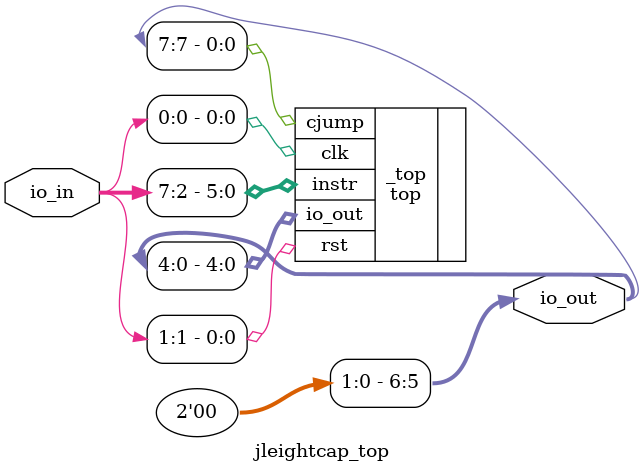
<source format=v>
`timescale 100fs/100fs
`define default_netname none


module jleightcap_top( input wire  [7:0] io_in
                     , output wire [7:0] io_out
                     );

    assign io_out[6:5] = 2'b0;

    top _top( .clk(io_in[0])
            , .rst(io_in[1])
            , .instr(io_in[7:2])
            , .io_out(io_out[4:0])
            , .cjump(io_out[7])
            );

endmodule

</source>
